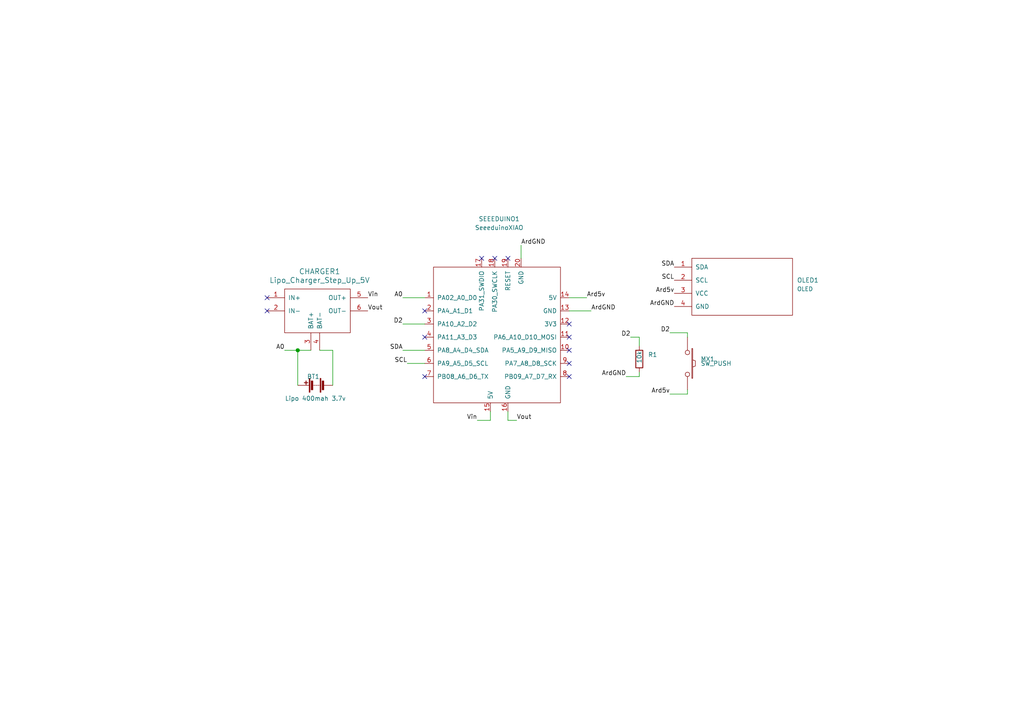
<source format=kicad_sch>
(kicad_sch (version 20200827) (generator eeschema)
  (page 1 1)
  (paper "A4")
  (lib_symbols
    (symbol "Device:Battery" (pin_numbers hide) (pin_names (offset 0) hide)
      (property "Reference" "BT" (at 2.54 2.54 0))
      (property "Value" "Battery" (at 2.54 0 0))
      (symbol "Battery_0_1"
        (rectangle (start -2.032 -1.397) (end 2.032 -1.651) (fill (type outline)))
        (rectangle (start -2.032 1.778) (end 2.032 1.524) (fill (type outline)))
        (rectangle (start -1.3208 -1.9812) (end 1.27 -2.4892) (fill (type outline)))
        (rectangle (start -1.3208 1.1938) (end 1.27 0.6858) (fill (type outline)))
        (polyline (pts (xy 0 -1.524) (xy 0 -1.27)))
        (polyline (pts (xy 0 -1.016) (xy 0 -0.762)))
        (polyline (pts (xy 0 -0.508) (xy 0 -0.254)))
        (polyline (pts (xy 0 0) (xy 0 0.254)))
        (polyline (pts (xy 0 0.508) (xy 0 0.762)))
        (polyline (pts (xy 0 1.778) (xy 0 2.54)))
        (polyline (pts (xy 0.254 2.667) (xy 1.27 2.667)) (stroke (width 0.254)))
        (polyline (pts (xy 0.762 3.175) (xy 0.762 2.159)) (stroke (width 0.254)))
      )
      (symbol "Battery_1_1"
        (pin passive line (at 0 5.08 270) (length 2.54) (name "+") (number "1"))
        (pin passive line (at 0 -5.08 90) (length 2.54) (name "-") (number "2"))
      )
    )
    (symbol "Device:R" (pin_numbers hide) (pin_names (offset 0))
      (property "Reference" "R" (at 2.032 0 90))
      (property "Value" "R" (at 0 0 90))
      (symbol "R_0_1"
        (rectangle (start -1.016 -2.54) (end 1.016 2.54) (stroke (width 0.254)))
      )
      (symbol "R_1_1"
        (pin passive line (at 0 3.81 270) (length 1.27) (name "~") (number "1"))
        (pin passive line (at 0 -3.81 90) (length 1.27) (name "~") (number "2"))
      )
    )
    (symbol "LipoCharger:Lipo_Charger_Step_Up_5V" (pin_names (offset 1.016))
      (property "Reference" "U" (at 0 11.43 0))
      (property "Value" "Lipo_Charger_Step_Up_5V" (at 0 8.89 0))
      (symbol "Lipo_Charger_Step_Up_5V_0_1"
        (rectangle (start -8.89 6.35) (end 10.16 -6.35))
      )
      (symbol "Lipo_Charger_Step_Up_5V_1_1"
        (pin input line (at 1.27 -11.43 90) (length 5.08) (name "BAT-") (number "4"))
        (pin input line (at -13.97 0 0) (length 5.08) (name "IN-") (number "2"))
        (pin input line (at -1.27 -11.43 90) (length 5.08) (name "BAT+") (number "3"))
        (pin input line (at -13.97 3.81 0) (length 5.08) (name "IN+") (number "1"))
        (pin input line (at 15.24 3.81 180) (length 5.08) (name "OUT+") (number "5"))
        (pin input line (at 15.24 0 180) (length 5.08) (name "OUT-") (number "6"))
      )
    )
    (symbol "Seeeduino_XIAO:SeeeduinoXIAO" (pin_names (offset 1.016))
      (property "Reference" "U" (at -19.05 22.86 0))
      (property "Value" "SeeeduinoXIAO" (at -12.7 21.59 0))
      (symbol "SeeeduinoXIAO_0_1"
        (rectangle (start -19.05 20.32) (end 17.78 -19.05))
      )
      (symbol "SeeeduinoXIAO_1_1"
        (pin unspecified line (at -21.59 11.43 0) (length 2.54) (name "PA02_A0_D0") (number "1"))
        (pin unspecified line (at 20.32 -3.81 180) (length 2.54) (name "PA5_A9_D9_MISO") (number "10"))
        (pin unspecified line (at 20.32 0 180) (length 2.54) (name "PA6_A10_D10_MOSI") (number "11"))
        (pin unspecified line (at 20.32 3.81 180) (length 2.54) (name "3V3") (number "12"))
        (pin unspecified line (at 20.32 7.62 180) (length 2.54) (name "GND") (number "13"))
        (pin unspecified line (at 20.32 11.43 180) (length 2.54) (name "5V") (number "14"))
        (pin input line (at -2.54 -21.59 90) (length 2.54) (name "5V") (number "15"))
        (pin input line (at 2.54 -21.59 90) (length 2.54) (name "GND") (number "16"))
        (pin input line (at -5.08 22.86 270) (length 2.54) (name "PA31_SWDIO") (number "17"))
        (pin input line (at -1.27 22.86 270) (length 2.54) (name "PA30_SWCLK") (number "18"))
        (pin input line (at 2.54 22.86 270) (length 2.54) (name "RESET") (number "19"))
        (pin unspecified line (at -21.59 7.62 0) (length 2.54) (name "PA4_A1_D1") (number "2"))
        (pin input line (at 6.35 22.86 270) (length 2.54) (name "GND") (number "20"))
        (pin unspecified line (at -21.59 3.81 0) (length 2.54) (name "PA10_A2_D2") (number "3"))
        (pin unspecified line (at -21.59 0 0) (length 2.54) (name "PA11_A3_D3") (number "4"))
        (pin unspecified line (at -21.59 -3.81 0) (length 2.54) (name "PA8_A4_D4_SDA") (number "5"))
        (pin unspecified line (at -21.59 -7.62 0) (length 2.54) (name "PA9_A5_D5_SCL") (number "6"))
        (pin unspecified line (at -21.59 -11.43 0) (length 2.54) (name "PB08_A6_D6_TX") (number "7"))
        (pin unspecified line (at 20.32 -11.43 180) (length 2.54) (name "PB09_A7_D7_RX") (number "8"))
        (pin unspecified line (at 20.32 -7.62 180) (length 2.54) (name "PA7_A8_D8_SCK") (number "9"))
      )
    )
    (symbol "kbd:OLED" (pin_names (offset 1.016))
      (property "Reference" "OL" (at 0 2.54 0))
      (property "Value" "OLED" (at 0 -1.27 0))
      (symbol "OLED_0_1"
        (rectangle (start -13.97 8.89) (end 15.24 -7.62))
      )
      (symbol "OLED_1_1"
        (pin bidirectional line (at -19.05 6.35 0) (length 5.08) (name "SDA") (number "1"))
        (pin bidirectional line (at -19.05 2.54 0) (length 5.08) (name "SCL") (number "2"))
        (pin power_in line (at -19.05 -1.27 0) (length 5.08) (name "VCC") (number "3"))
        (pin power_in line (at -19.05 -5.08 0) (length 5.08) (name "GND") (number "4"))
      )
    )
    (symbol "kbd:SW_PUSH" (pin_numbers hide) (pin_names (offset 1.016) hide)
      (property "Reference" "SW" (at 3.81 2.794 0))
      (property "Value" "SW_PUSH" (at 0 -2.032 0))
      (symbol "SW_PUSH_0_1"
        (rectangle (start -4.318 1.27) (end 4.318 1.524))
        (polyline (pts (xy -1.016 1.524) (xy -0.762 2.286) (xy 0.762 2.286) (xy 1.016 1.524)))
        (pin passive inverted (at -7.62 0 0) (length 5.08) (name "1") (number "1"))
        (pin passive inverted (at 7.62 0 180) (length 5.08) (name "2") (number "2"))
      )
    )
  )
  (junction (at 86.36 101.6) (diameter 1.016))
  (no_connect (at 165.1 105.41))
  (no_connect (at 123.19 97.79))
  (no_connect (at 165.1 101.6))
  (no_connect (at 77.47 86.36))
  (no_connect (at 123.19 109.22))
  (no_connect (at 165.1 109.22))
  (no_connect (at 165.1 93.98))
  (no_connect (at 147.32 74.93))
  (no_connect (at 143.51 74.93))
  (no_connect (at 165.1 97.79))
  (no_connect (at 139.7 74.93))
  (no_connect (at 123.19 90.17))
  (no_connect (at 77.47 90.17))
  (wire (pts (xy 82.55 101.6) (xy 86.36 101.6)))
  (wire (pts (xy 86.36 101.6) (xy 90.17 101.6)))
  (wire (pts (xy 86.36 111.76) (xy 86.36 101.6)))
  (wire (pts (xy 92.71 101.6) (xy 96.52 101.6)))
  (wire (pts (xy 96.52 101.6) (xy 96.52 111.76)))
  (wire (pts (xy 116.84 86.36) (xy 123.19 86.36)))
  (wire (pts (xy 116.84 93.98) (xy 123.19 93.98)))
  (wire (pts (xy 116.84 101.6) (xy 123.19 101.6)))
  (wire (pts (xy 118.11 105.41) (xy 123.19 105.41)))
  (wire (pts (xy 138.43 121.92) (xy 142.24 121.92)))
  (wire (pts (xy 142.24 119.38) (xy 142.24 121.92)))
  (wire (pts (xy 147.32 119.38) (xy 147.32 121.92)))
  (wire (pts (xy 147.32 121.92) (xy 149.86 121.92)))
  (wire (pts (xy 151.13 71.12) (xy 151.13 74.93)))
  (wire (pts (xy 165.1 86.36) (xy 170.18 86.36)))
  (wire (pts (xy 165.1 90.17) (xy 171.45 90.17)))
  (wire (pts (xy 181.61 109.22) (xy 185.42 109.22)))
  (wire (pts (xy 185.42 97.79) (xy 182.88 97.79)))
  (wire (pts (xy 185.42 100.33) (xy 185.42 97.79)))
  (wire (pts (xy 185.42 109.22) (xy 185.42 107.95)))
  (wire (pts (xy 194.31 96.52) (xy 199.39 96.52)))
  (wire (pts (xy 194.31 114.3) (xy 199.39 114.3)))
  (wire (pts (xy 199.39 96.52) (xy 199.39 97.79)))
  (wire (pts (xy 199.39 113.03) (xy 199.39 114.3)))
  (label "A0" (at 82.55 101.6 180))
  (label "Vin" (at 106.68 86.36 0))
  (label "Vout" (at 106.68 90.17 0))
  (label "A0" (at 116.84 86.36 180))
  (label "D2" (at 116.84 93.98 180))
  (label "SDA" (at 116.84 101.6 180))
  (label "SCL" (at 118.11 105.41 180))
  (label "Vin" (at 138.43 121.92 180))
  (label "Vout" (at 149.86 121.92 0))
  (label "ArdGND" (at 151.13 71.12 0))
  (label "Ard5v" (at 170.18 86.36 0))
  (label "ArdGND" (at 171.45 90.17 0))
  (label "ArdGND" (at 181.61 109.22 180))
  (label "D2" (at 182.88 97.79 180))
  (label "D2" (at 194.31 96.52 180))
  (label "Ard5v" (at 194.31 114.3 180))
  (label "SDA" (at 195.58 77.47 180))
  (label "SCL" (at 195.58 81.28 180))
  (label "Ard5v" (at 195.58 85.09 180))
  (label "ArdGND" (at 195.58 88.9 180))
  (symbol (lib_id "Device:R") (at 185.42 104.14 0) (unit 1)
    (property "Reference" "R1" (at 187.96 102.87 0) (effects (justify left)))
    (property "Value" "10k" (at 185.42 105.41 90) (effects (justify left)))
    (property "Footprint" "Clicker:Resistor" (effects hide))
  )
  (symbol (lib_id "Device:Battery") (at 91.44 111.76 90) (unit 1)
    (property "Reference" "BT1" (at 92.71 109.22 90) (effects (justify left)))
    (property "Value" "Lipo 400mah 3.7v" (at 100.33 115.57 90) (effects (justify left)))
  )
  (symbol (lib_id "kbd:SW_PUSH") (at 199.39 105.41 270) (unit 1)
    (property "Reference" "MX1" (at 203.2 104.14 90) (effects (justify left)))
    (property "Value" "SW_PUSH" (at 203.2 105.41 90) (effects (justify left)))
    (property "Footprint" "Clicker:Switch" (effects hide))
  )
  (symbol (lib_id "LipoCharger:Lipo_Charger_Step_Up_5V") (at 91.44 90.17 0) (unit 1)
    (property "Reference" "CHARGER1" (at 92.71 78.74 0) (effects (font (size 1.524 1.524))))
    (property "Value" "Lipo_Charger_Step_Up_5V" (at 92.71 81.28 0) (effects (font (size 1.524 1.524))))
    (property "Footprint" "LipoStepUp5V:Lipo Step Up" (effects hide))
  )
  (symbol (lib_id "kbd:OLED") (at 214.63 83.82 0) (unit 1)
    (property "Reference" "OLED1" (at 231.14 81.28 0) (effects (font (size 1.295 1.295)) (justify left)))
    (property "Value" "OLED" (at 231.14 83.82 0) (effects (font (size 1.1938 1.1938)) (justify left)))
    (property "Footprint" "Clicker:Oled 128x32" (effects hide))
  )
  (symbol (lib_id "Seeeduino_XIAO:SeeeduinoXIAO") (at 144.78 97.79 0) (unit 1)
    (property "Reference" "SEEEDUINO1" (at 144.78 63.5 0))
    (property "Value" "SeeeduinoXIAO" (at 144.78 66.04 0))
    (property "Footprint" "seeeduino:Seeeduino XIAO-MOUDLE14P-2.54-21X17.8MM" (effects hide))
  )
)
</source>
